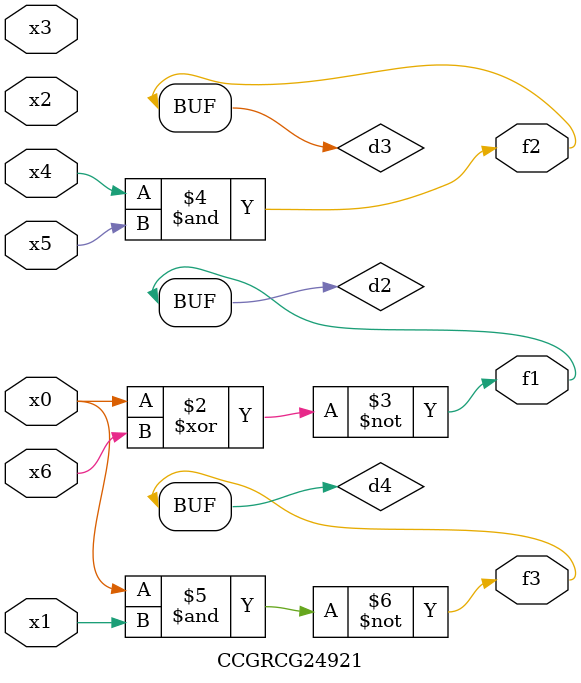
<source format=v>
module CCGRCG24921(
	input x0, x1, x2, x3, x4, x5, x6,
	output f1, f2, f3
);

	wire d1, d2, d3, d4;

	nor (d1, x0);
	xnor (d2, x0, x6);
	and (d3, x4, x5);
	nand (d4, x0, x1);
	assign f1 = d2;
	assign f2 = d3;
	assign f3 = d4;
endmodule

</source>
